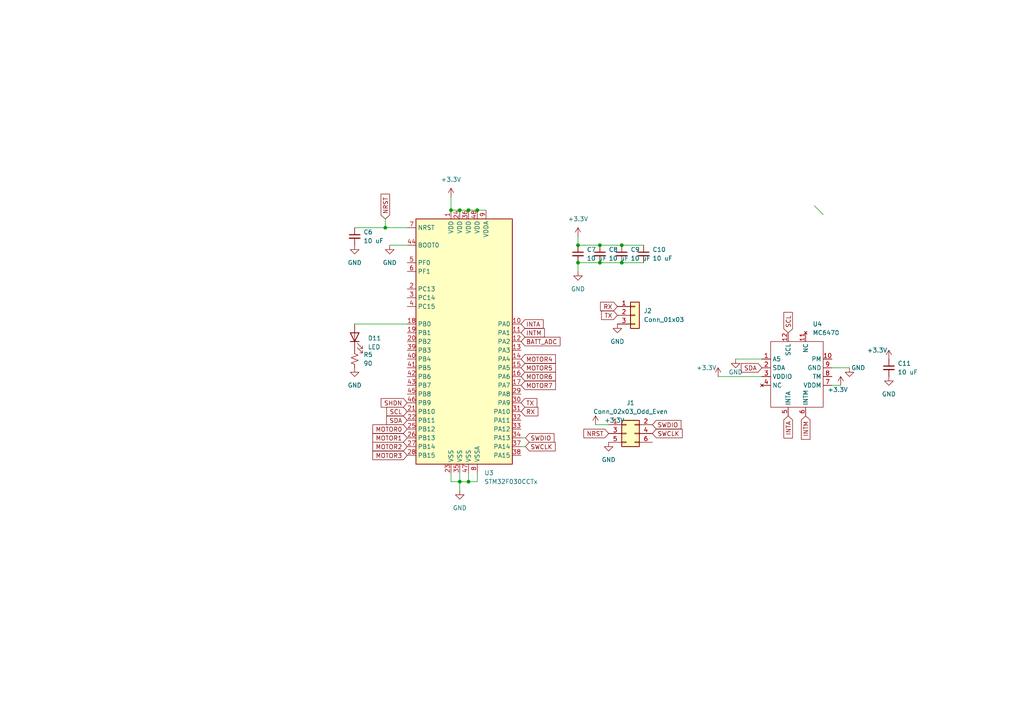
<source format=kicad_sch>
(kicad_sch (version 20211123) (generator eeschema)
  (paper "A4")
  (lib_symbols
    (symbol "Connector_Generic:Conn_01x03" (pin_names (offset 1.016) hide)
      (property "Reference" "J" (at 0 5.08 0))
      (property "Value" "Conn_01x03" (at 0 -5.08 0))
      (symbol "Conn_01x03_1_1"
        (rectangle (start -1.27 -2.413) (end 0 -2.667) (stroke (width 0.1524)))
        (rectangle (start -1.27 0.127) (end 0 -0.127) (stroke (width 0.1524)))
        (rectangle (start -1.27 2.667) (end 0 2.413) (stroke (width 0.1524)))
        (rectangle (start -1.27 3.81) (end 1.27 -3.81) (stroke (width 0.254)) (fill (type background)))
        (pin passive line (at -5.08 2.54 0) (length 3.81) (name "Pin_1") (number "1"))
        (pin passive line (at -5.08 0 0) (length 3.81) (name "Pin_2") (number "2"))
        (pin passive line (at -5.08 -2.54 0) (length 3.81) (name "Pin_3") (number "3"))
      )
    )
    (symbol "Connector_Generic:Conn_02x03_Odd_Even" (pin_names (offset 1.016) hide)
      (property "Reference" "J" (at 1.27 5.08 0))
      (property "Value" "Conn_02x03_Odd_Even" (at 1.27 -5.08 0))
      (symbol "Conn_02x03_Odd_Even_1_1"
        (rectangle (start -1.27 -2.413) (end 0 -2.667) (stroke (width 0.1524)))
        (rectangle (start -1.27 0.127) (end 0 -0.127) (stroke (width 0.1524)))
        (rectangle (start -1.27 2.667) (end 0 2.413) (stroke (width 0.1524)))
        (rectangle (start -1.27 3.81) (end 3.81 -3.81) (stroke (width 0.254)) (fill (type background)))
        (rectangle (start 3.81 -2.413) (end 2.54 -2.667) (stroke (width 0.1524)))
        (rectangle (start 3.81 0.127) (end 2.54 -0.127) (stroke (width 0.1524)))
        (rectangle (start 3.81 2.667) (end 2.54 2.413) (stroke (width 0.1524)))
        (pin passive line (at -5.08 2.54 0) (length 3.81) (name "Pin_1") (number "1"))
        (pin passive line (at 7.62 2.54 180) (length 3.81) (name "Pin_2") (number "2"))
        (pin passive line (at -5.08 0 0) (length 3.81) (name "Pin_3") (number "3"))
        (pin passive line (at 7.62 0 180) (length 3.81) (name "Pin_4") (number "4"))
        (pin passive line (at -5.08 -2.54 0) (length 3.81) (name "Pin_5") (number "5"))
        (pin passive line (at 7.62 -2.54 180) (length 3.81) (name "Pin_6") (number "6"))
      )
    )
    (symbol "Device:C_Small" (pin_numbers hide) (pin_names (offset 0.254) hide)
      (property "Reference" "C" (at 0.254 1.778 0))
      (property "Value" "C_Small" (at 0.254 -2.032 0))
      (symbol "C_Small_0_1"
        (polyline (pts (xy -1.524 -0.508) (xy 1.524 -0.508)) (stroke (width 0.3302)))
        (polyline (pts (xy -1.524 0.508) (xy 1.524 0.508)) (stroke (width 0.3048)))
      )
      (symbol "C_Small_1_1"
        (pin passive line (at 0 2.54 270) (length 2.032) (name "~") (number "1"))
        (pin passive line (at 0 -2.54 90) (length 2.032) (name "~") (number "2"))
      )
    )
    (symbol "Device:LED" (pin_numbers hide) (pin_names (offset 1.016) hide)
      (property "Reference" "D" (at 0 2.54 0))
      (property "Value" "LED" (at 0 -2.54 0))
      (symbol "LED_0_1"
        (polyline (pts (xy -1.27 -1.27) (xy -1.27 1.27)) (stroke (width 0.254)))
        (polyline (pts (xy -1.27 0) (xy 1.27 0)))
        (polyline (pts (xy 1.27 -1.27) (xy 1.27 1.27) (xy -1.27 0) (xy 1.27 -1.27)) (stroke (width 0.254)))
        (polyline (pts (xy -3.048 -0.762) (xy -4.572 -2.286) (xy -3.81 -2.286) (xy -4.572 -2.286) (xy -4.572 -1.524)))
        (polyline (pts (xy -1.778 -0.762) (xy -3.302 -2.286) (xy -2.54 -2.286) (xy -3.302 -2.286) (xy -3.302 -1.524)))
      )
      (symbol "LED_1_1"
        (pin passive line (at -3.81 0 0) (length 2.54) (name "K") (number "1"))
        (pin passive line (at 3.81 0 180) (length 2.54) (name "A") (number "2"))
      )
    )
    (symbol "Device:R_Small_US" (pin_numbers hide) (pin_names (offset 0.254) hide)
      (property "Reference" "R" (at 0.762 0.508 0))
      (property "Value" "R_Small_US" (at 0.762 -1.016 0))
      (symbol "R_Small_US_1_1"
        (polyline (pts (xy 0 0) (xy 1.016 -0.381) (xy 0 -0.762) (xy -1.016 -1.143) (xy 0 -1.524)))
        (polyline (pts (xy 0 1.524) (xy 1.016 1.143) (xy 0 0.762) (xy -1.016 0.381) (xy 0 0)))
        (pin passive line (at 0 2.54 270) (length 1.016) (name "~") (number "1"))
        (pin passive line (at 0 -2.54 90) (length 1.016) (name "~") (number "2"))
      )
    )
    (symbol "MCU_ST_STM32F0:STM32F030CCTx"
      (property "Reference" "U" (at -15.24 36.83 0))
      (property "Value" "STM32F030CCTx" (at 7.62 36.83 0))
      (symbol "STM32F030CCTx_0_1"
        (rectangle (start -15.24 -35.56) (end 12.7 35.56) (stroke (width 0.254)) (fill (type background)))
      )
      (symbol "STM32F030CCTx_1_1"
        (pin power_in line (at -5.08 38.1 270) (length 2.54) (name "VDD") (number "1"))
        (pin bidirectional line (at 15.24 5.08 180) (length 2.54) (name "PA0") (number "10"))
        (pin bidirectional line (at 15.24 2.54 180) (length 2.54) (name "PA1") (number "11"))
        (pin bidirectional line (at 15.24 0 180) (length 2.54) (name "PA2") (number "12"))
        (pin bidirectional line (at 15.24 -2.54 180) (length 2.54) (name "PA3") (number "13"))
        (pin bidirectional line (at 15.24 -5.08 180) (length 2.54) (name "PA4") (number "14"))
        (pin bidirectional line (at 15.24 -7.62 180) (length 2.54) (name "PA5") (number "15"))
        (pin bidirectional line (at 15.24 -10.16 180) (length 2.54) (name "PA6") (number "16"))
        (pin bidirectional line (at 15.24 -12.7 180) (length 2.54) (name "PA7") (number "17"))
        (pin bidirectional line (at -17.78 5.08 0) (length 2.54) (name "PB0") (number "18"))
        (pin bidirectional line (at -17.78 2.54 0) (length 2.54) (name "PB1") (number "19"))
        (pin bidirectional line (at -17.78 15.24 0) (length 2.54) (name "PC13") (number "2"))
        (pin bidirectional line (at -17.78 0 0) (length 2.54) (name "PB2") (number "20"))
        (pin bidirectional line (at -17.78 -20.32 0) (length 2.54) (name "PB10") (number "21"))
        (pin bidirectional line (at -17.78 -22.86 0) (length 2.54) (name "PB11") (number "22"))
        (pin power_in line (at -5.08 -38.1 90) (length 2.54) (name "VSS") (number "23"))
        (pin power_in line (at -2.54 38.1 270) (length 2.54) (name "VDD") (number "24"))
        (pin bidirectional line (at -17.78 -25.4 0) (length 2.54) (name "PB12") (number "25"))
        (pin bidirectional line (at -17.78 -27.94 0) (length 2.54) (name "PB13") (number "26"))
        (pin bidirectional line (at -17.78 -30.48 0) (length 2.54) (name "PB14") (number "27"))
        (pin bidirectional line (at -17.78 -33.02 0) (length 2.54) (name "PB15") (number "28"))
        (pin bidirectional line (at 15.24 -15.24 180) (length 2.54) (name "PA8") (number "29"))
        (pin bidirectional line (at -17.78 12.7 0) (length 2.54) (name "PC14") (number "3"))
        (pin bidirectional line (at 15.24 -17.78 180) (length 2.54) (name "PA9") (number "30"))
        (pin bidirectional line (at 15.24 -20.32 180) (length 2.54) (name "PA10") (number "31"))
        (pin bidirectional line (at 15.24 -22.86 180) (length 2.54) (name "PA11") (number "32"))
        (pin bidirectional line (at 15.24 -25.4 180) (length 2.54) (name "PA12") (number "33"))
        (pin bidirectional line (at 15.24 -27.94 180) (length 2.54) (name "PA13") (number "34"))
        (pin power_in line (at -2.54 -38.1 90) (length 2.54) (name "VSS") (number "35"))
        (pin power_in line (at 0 38.1 270) (length 2.54) (name "VDD") (number "36"))
        (pin bidirectional line (at 15.24 -30.48 180) (length 2.54) (name "PA14") (number "37"))
        (pin bidirectional line (at 15.24 -33.02 180) (length 2.54) (name "PA15") (number "38"))
        (pin bidirectional line (at -17.78 -2.54 0) (length 2.54) (name "PB3") (number "39"))
        (pin bidirectional line (at -17.78 10.16 0) (length 2.54) (name "PC15") (number "4"))
        (pin bidirectional line (at -17.78 -5.08 0) (length 2.54) (name "PB4") (number "40"))
        (pin bidirectional line (at -17.78 -7.62 0) (length 2.54) (name "PB5") (number "41"))
        (pin bidirectional line (at -17.78 -10.16 0) (length 2.54) (name "PB6") (number "42"))
        (pin bidirectional line (at -17.78 -12.7 0) (length 2.54) (name "PB7") (number "43"))
        (pin input line (at -17.78 27.94 0) (length 2.54) (name "BOOT0") (number "44"))
        (pin bidirectional line (at -17.78 -15.24 0) (length 2.54) (name "PB8") (number "45"))
        (pin bidirectional line (at -17.78 -17.78 0) (length 2.54) (name "PB9") (number "46"))
        (pin power_in line (at 0 -38.1 90) (length 2.54) (name "VSS") (number "47"))
        (pin power_in line (at 2.54 38.1 270) (length 2.54) (name "VDD") (number "48"))
        (pin input line (at -17.78 22.86 0) (length 2.54) (name "PF0") (number "5"))
        (pin input line (at -17.78 20.32 0) (length 2.54) (name "PF1") (number "6"))
        (pin input line (at -17.78 33.02 0) (length 2.54) (name "NRST") (number "7"))
        (pin power_in line (at 2.54 -38.1 90) (length 2.54) (name "VSSA") (number "8"))
        (pin power_in line (at 5.08 38.1 270) (length 2.54) (name "VDDA") (number "9"))
      )
    )
    (symbol "custom:MC6470"
      (property "Reference" "U" (at 7.62 -24.13 0))
      (property "Value" "MC6470" (at 7.62 -21.59 0))
      (symbol "MC6470_0_1"
        (rectangle (start -7.62 0) (end 7.62 -19.05))
      )
      (symbol "MC6470_1_1"
        (pin input line (at -10.16 -5.08 0) (length 2.54) (name "A5") (number "1"))
        (pin input line (at 10.16 -5.08 180) (length 2.54) (name "PM") (number "10"))
        (pin no_connect line (at 2.54 2.54 270) (length 2.54) (name "NC") (number "11"))
        (pin input line (at -2.54 2.54 270) (length 2.54) (name "SCL") (number "12"))
        (pin input line (at -10.16 -7.62 0) (length 2.54) (name "SDA") (number "2"))
        (pin input line (at -10.16 -10.16 0) (length 2.54) (name "VDDIO") (number "3"))
        (pin no_connect line (at -10.16 -12.7 0) (length 2.54) (name "NC") (number "4"))
        (pin output line (at -2.54 -21.59 90) (length 2.54) (name "INTA") (number "5"))
        (pin output line (at 2.54 -21.59 90) (length 2.54) (name "INTM") (number "6"))
        (pin input line (at 10.16 -12.7 180) (length 2.54) (name "VDDM") (number "7"))
        (pin input line (at 10.16 -10.16 180) (length 2.54) (name "TM") (number "8"))
        (pin input line (at 10.16 -7.62 180) (length 2.54) (name "GND") (number "9"))
      )
    )
    (symbol "power:+3.3V" (power) (pin_names (offset 0))
      (property "Value" "+3.3V" (at 0 3.556 0))
      (symbol "+3.3V_0_1"
        (polyline (pts (xy -0.762 1.27) (xy 0 2.54)))
        (polyline (pts (xy 0 0) (xy 0 2.54)))
        (polyline (pts (xy 0 2.54) (xy 0.762 1.27)))
      )
      (symbol "+3.3V_1_1"
        (pin power_in line (at 0 0 90) (length 0) hide (name "+3.3V") (number "1"))
      )
    )
    (symbol "power:GND" (power) (pin_names (offset 0))
      (property "Value" "GND" (at 0 -3.81 0))
      (symbol "GND_0_1"
        (polyline (pts (xy 0 0) (xy 0 -1.27) (xy 1.27 -1.27) (xy 0 -2.54) (xy -1.27 -1.27) (xy 0 -1.27)))
      )
      (symbol "GND_1_1"
        (pin power_in line (at 0 0 270) (length 0) hide (name "GND") (number "1"))
      )
    )
  )
  (junction (at 180.34 71.12))
  (junction (at 167.64 71.12))
  (junction (at 130.81 60.96))
  (junction (at 133.35 60.96))
  (junction (at 138.43 60.96))
  (junction (at 180.34 76.2))
  (junction (at 173.99 76.2))
  (junction (at 135.89 60.96))
  (junction (at 111.76 66.04))
  (junction (at 133.35 139.7))
  (junction (at 173.99 71.12))
  (junction (at 167.64 76.2))
  (junction (at 135.89 139.7))
  (bus_entry (at 236.22 59.69) (size 2.54 2.54))
  (bus_entry (at 519.43 19.05) (size 2.54 2.54))
  (wire (pts (xy 135.89 60.96) (xy 138.43 60.96)))
  (wire (pts (xy 133.35 139.7) (xy 133.35 137.16)))
  (wire (pts (xy 167.64 71.12) (xy 173.99 71.12)))
  (wire (pts (xy 135.89 137.16) (xy 135.89 139.7)))
  (wire (pts (xy 172.72 123.19) (xy 176.53 123.19)))
  (wire (pts (xy 241.3 106.68) (xy 246.38 106.68)))
  (wire (pts (xy 130.81 139.7) (xy 133.35 139.7)))
  (wire (pts (xy 102.87 93.98) (xy 118.11 93.98)))
  (wire (pts (xy 138.43 137.16) (xy 138.43 139.7)))
  (wire (pts (xy 241.3 111.76) (xy 243.84 111.76)))
  (wire (pts (xy 130.81 57.15) (xy 130.81 60.96)))
  (wire (pts (xy 152.4 129.54) (xy 151.13 129.54)))
  (wire (pts (xy 135.89 139.7) (xy 133.35 139.7)))
  (wire (pts (xy 180.34 76.2) (xy 186.69 76.2)))
  (wire (pts (xy 173.99 71.12) (xy 180.34 71.12)))
  (wire (pts (xy 138.43 139.7) (xy 135.89 139.7)))
  (wire (pts (xy 138.43 60.96) (xy 140.97 60.96)))
  (wire (pts (xy 133.35 60.96) (xy 135.89 60.96)))
  (wire (pts (xy 180.34 71.12) (xy 186.69 71.12)))
  (wire (pts (xy 113.03 71.12) (xy 118.11 71.12)))
  (wire (pts (xy 130.81 137.16) (xy 130.81 139.7)))
  (wire (pts (xy 173.99 76.2) (xy 180.34 76.2)))
  (wire (pts (xy 102.87 66.04) (xy 111.76 66.04)))
  (wire (pts (xy 167.64 78.74) (xy 167.64 76.2)))
  (wire (pts (xy 111.76 66.04) (xy 118.11 66.04)))
  (wire (pts (xy 213.36 104.14) (xy 220.98 104.14)))
  (wire (pts (xy 167.64 76.2) (xy 173.99 76.2)))
  (wire (pts (xy 152.4 127) (xy 151.13 127)))
  (wire (pts (xy 130.81 60.96) (xy 133.35 60.96)))
  (wire (pts (xy 208.28 109.22) (xy 220.98 109.22)))
  (wire (pts (xy 133.35 142.24) (xy 133.35 139.7)))
  (wire (pts (xy 111.76 63.5) (xy 111.76 66.04)))
  (wire (pts (xy 167.64 68.58) (xy 167.64 71.12)))
  (global_label "SWCLK" (shape input) (at 189.23 125.73 0) (property "Intersheet References" "${INTERSHEET_REFS}" (effects hide)))
  (global_label "SHDN" (shape input) (at 118.11 116.84 180) (property "Intersheet References" "${INTERSHEET_REFS}" (effects hide)))
  (global_label "TX" (shape input) (at 151.13 116.84 0) (property "Intersheet References" "${INTERSHEET_REFS}" (effects hide)))
  (global_label "SDA" (shape input) (at 118.11 121.92 180) (property "Intersheet References" "${INTERSHEET_REFS}" (effects hide)))
  (global_label "TX" (shape input) (at 179.07 91.44 180) (property "Intersheet References" "${INTERSHEET_REFS}" (effects hide)))
  (global_label "MOTOR7" (shape input) (at 151.13 111.76 0) (property "Intersheet References" "${INTERSHEET_REFS}" (effects hide)))
  (global_label "RX" (shape input) (at 179.07 88.9 180) (property "Intersheet References" "${INTERSHEET_REFS}" (effects hide)))
  (global_label "RX" (shape input) (at 151.13 119.38 0) (property "Intersheet References" "${INTERSHEET_REFS}" (effects hide)))
  (global_label "SDA" (shape input) (at 220.98 106.68 180) (property "Intersheet References" "${INTERSHEET_REFS}" (effects hide)))
  (global_label "SWCLK" (shape input) (at 152.4 129.54 0) (property "Intersheet References" "${INTERSHEET_REFS}" (effects hide)))
  (global_label "MOTOR2" (shape input) (at 118.11 129.54 180) (property "Intersheet References" "${INTERSHEET_REFS}" (effects hide)))
  (global_label "BATT_ADC" (shape input) (at 151.13 99.06 0) (property "Intersheet References" "${INTERSHEET_REFS}" (effects hide)))
  (global_label "INTA" (shape input) (at 151.13 93.98 0) (property "Intersheet References" "${INTERSHEET_REFS}" (effects hide)))
  (global_label "SWDIO" (shape input) (at 189.23 123.19 0) (property "Intersheet References" "${INTERSHEET_REFS}" (effects hide)))
  (global_label "SCL" (shape input) (at 228.6 96.52 90) (property "Intersheet References" "${INTERSHEET_REFS}" (effects hide)))
  (global_label "MOTOR5" (shape input) (at 151.13 106.68 0) (property "Intersheet References" "${INTERSHEET_REFS}" (effects hide)))
  (global_label "MOTOR4" (shape input) (at 151.13 104.14 0) (property "Intersheet References" "${INTERSHEET_REFS}" (effects hide)))
  (global_label "NRST" (shape input) (at 111.76 63.5 90) (property "Intersheet References" "${INTERSHEET_REFS}" (effects hide)))
  (global_label "NRST" (shape input) (at 176.53 125.73 180) (property "Intersheet References" "${INTERSHEET_REFS}" (effects hide)))
  (global_label "MOTOR0" (shape input) (at 118.11 124.46 180) (property "Intersheet References" "${INTERSHEET_REFS}" (effects hide)))
  (global_label "INTA" (shape input) (at 228.6 120.65 270) (property "Intersheet References" "${INTERSHEET_REFS}" (effects hide)))
  (global_label "SWDIO" (shape input) (at 152.4 127 0) (property "Intersheet References" "${INTERSHEET_REFS}" (effects hide)))
  (global_label "INTM" (shape input) (at 233.68 120.65 270) (property "Intersheet References" "${INTERSHEET_REFS}" (effects hide)))
  (global_label "INTM" (shape input) (at 151.13 96.52 0) (property "Intersheet References" "${INTERSHEET_REFS}" (effects hide)))
  (global_label "MOTOR3" (shape input) (at 118.11 132.08 180) (property "Intersheet References" "${INTERSHEET_REFS}" (effects hide)))
  (global_label "MOTOR1" (shape input) (at 118.11 127 180) (property "Intersheet References" "${INTERSHEET_REFS}" (effects hide)))
  (global_label "SCL" (shape input) (at 118.11 119.38 180) (property "Intersheet References" "${INTERSHEET_REFS}" (effects hide)))
  (global_label "MOTOR6" (shape input) (at 151.13 109.22 0) (property "Intersheet References" "${INTERSHEET_REFS}" (effects hide)))
  (symbol (lib_id "Device:C_Small") (at 102.87 68.58 0) (unit 1)
    (property "Reference" "C6" (at 105.41 67.3162 0) (effects (justify left)))
    (property "Value" "10 uF" (at 105.41 69.8562 0) (effects (justify left)))
    (property "Footprint" "Capacitor_SMD:C_0603_1608Metric" (effects hide))
  )
  (symbol (lib_id "power:GND") (at 102.87 106.68 0) (unit 1)
    (property "Reference" "#PWR0146" (effects hide))
    (property "Value" "GND" (at 102.87 111.76 0))
  )
  (symbol (lib_id "power:GND") (at 113.03 71.12 0) (unit 1)
    (property "Reference" "#PWR0142" (effects hide))
    (property "Value" "GND" (at 113.03 76.2 0))
  )
  (symbol (lib_id "Device:C_Small") (at 257.81 106.68 0) (unit 1)
    (property "Reference" "C11" (at 260.35 105.4162 0) (effects (justify left)))
    (property "Value" "10 uF" (at 260.35 107.9562 0) (effects (justify left)))
    (property "Footprint" "Capacitor_SMD:C_0603_1608Metric" (effects hide))
  )
  (symbol (lib_id "power:+3.3V") (at 243.84 111.76 0) (unit 1)
    (property "Reference" "#PWR0139" (effects hide))
    (property "Value" "+3.3V" (at 240.03 113.03 0) (effects (justify left)))
  )
  (symbol (lib_id "Connector_Generic:Conn_01x03") (at 184.15 91.44 0) (unit 1)
    (property "Reference" "J2" (at 186.69 90.1699 0) (effects (justify left)))
    (property "Value" "Conn_01x03" (at 186.69 92.7099 0) (effects (justify left)))
    (property "Footprint" "Connector_PinHeader_2.54mm:PinHeader_1x03_P2.54mm_Vertical" (effects hide))
  )
  (symbol (lib_id "Device:C_Small") (at 186.69 73.66 0) (unit 1)
    (property "Reference" "C10" (at 189.23 72.3962 0) (effects (justify left)))
    (property "Value" "10 uF" (at 189.23 74.9362 0) (effects (justify left)))
    (property "Footprint" "Capacitor_SMD:C_0603_1608Metric" (effects hide))
  )
  (symbol (lib_id "Device:C_Small") (at 180.34 73.66 0) (unit 1)
    (property "Reference" "C9" (at 182.88 72.3962 0) (effects (justify left)))
    (property "Value" "10 uF" (at 182.88 74.9362 0) (effects (justify left)))
    (property "Footprint" "Capacitor_SMD:C_0603_1608Metric" (effects hide))
  )
  (symbol (lib_id "custom:MC6470") (at 231.14 99.06 0) (unit 1)
    (property "Reference" "U4" (at 235.6994 93.98 0) (effects (justify left)))
    (property "Value" "MC6470" (at 235.6994 96.52 0) (effects (justify left)))
    (property "Footprint" "Package_LGA:LGA-12_2x2mm_P0.5mm" (effects hide))
  )
  (symbol (lib_id "power:GND") (at 102.87 71.12 0) (unit 1)
    (property "Reference" "#PWR0147" (effects hide))
    (property "Value" "GND" (at 102.87 76.2 0))
  )
  (symbol (lib_id "Device:R_Small_US") (at 102.87 104.14 0) (unit 1)
    (property "Reference" "R5" (at 105.41 102.8699 0) (effects (justify left)))
    (property "Value" "90" (at 105.41 105.4099 0) (effects (justify left)))
    (property "Footprint" "Resistor_SMD:R_0603_1608Metric" (effects hide))
  )
  (symbol (lib_id "Device:C_Small") (at 173.99 73.66 0) (unit 1)
    (property "Reference" "C8" (at 176.53 72.3962 0) (effects (justify left)))
    (property "Value" "10 uF" (at 176.53 74.9362 0) (effects (justify left)))
    (property "Footprint" "Capacitor_SMD:C_0603_1608Metric" (effects hide))
  )
  (symbol (lib_id "power:+3.3V") (at 167.64 68.58 0) (unit 1)
    (property "Reference" "#PWR0144" (effects hide))
    (property "Value" "+3.3V" (at 167.64 63.5 0))
  )
  (symbol (lib_id "Device:LED") (at 102.87 97.79 90) (unit 1)
    (property "Reference" "D11" (at 106.68 98.1074 90) (effects (justify right)))
    (property "Value" "LED" (at 106.68 100.6474 90) (effects (justify right)))
    (property "Footprint" "LED_SMD:LED_0603_1608Metric" (effects hide))
  )
  (symbol (lib_id "power:+3.3V") (at 172.72 123.19 0) (unit 1)
    (property "Reference" "#PWR0135" (effects hide))
    (property "Value" "+3.3V" (at 175.26 121.9199 0) (effects (justify left)))
  )
  (symbol (lib_id "power:GND") (at 176.53 128.27 0) (unit 1)
    (property "Reference" "#PWR0136" (effects hide))
    (property "Value" "GND" (at 176.53 133.35 0))
  )
  (symbol (lib_id "power:GND") (at 257.81 109.22 0) (unit 1)
    (property "Reference" "#PWR0138" (effects hide))
    (property "Value" "GND" (at 257.81 114.3 0))
  )
  (symbol (lib_id "power:+3.3V") (at 257.81 104.14 0) (unit 1)
    (property "Reference" "#PWR0137" (effects hide))
    (property "Value" "+3.3V" (at 251.46 101.6 0) (effects (justify left)))
  )
  (symbol (lib_id "power:+3.3V") (at 208.28 109.22 0) (unit 1)
    (property "Reference" "#PWR0133" (effects hide))
    (property "Value" "+3.3V" (at 201.93 106.68 0) (effects (justify left)))
  )
  (symbol (lib_id "power:+3.3V") (at 130.81 57.15 0) (unit 1)
    (property "Reference" "#PWR0141" (effects hide))
    (property "Value" "+3.3V" (at 130.81 52.07 0))
  )
  (symbol (lib_id "power:GND") (at 246.38 106.68 0) (unit 1)
    (property "Reference" "#PWR0140" (effects hide))
    (property "Value" "GND" (at 248.92 106.68 0))
  )
  (symbol (lib_id "power:GND") (at 179.07 93.98 0) (unit 1)
    (property "Reference" "#PWR0134" (effects hide))
    (property "Value" "GND" (at 179.07 99.06 0))
  )
  (symbol (lib_id "power:GND") (at 213.36 104.14 0) (unit 1)
    (property "Reference" "#PWR0132" (effects hide))
    (property "Value" "GND" (at 213.36 107.95 0))
  )
  (symbol (lib_id "power:GND") (at 167.64 78.74 0) (unit 1)
    (property "Reference" "#PWR0143" (effects hide))
    (property "Value" "GND" (at 167.64 83.82 0))
  )
  (symbol (lib_id "MCU_ST_STM32F0:STM32F030CCTx") (at 135.89 99.06 0) (unit 1)
    (property "Reference" "U3" (at 140.4494 137.16 0) (effects (justify left)))
    (property "Value" "STM32F030CCTx" (at 140.4494 139.7 0) (effects (justify left)))
    (property "Footprint" "Package_QFP:LQFP-48_7x7mm_P0.5mm" (effects hide))
    (property "Datasheet" "http://www.st.com/st-web-ui/static/active/en/resource/technical/document/datasheet/DM00088500.pdf" (effects hide))
  )
  (symbol (lib_id "Device:C_Small") (at 167.64 73.66 0) (unit 1)
    (property "Reference" "C7" (at 170.18 72.3962 0) (effects (justify left)))
    (property "Value" "10 uF" (at 170.18 74.9362 0) (effects (justify left)))
    (property "Footprint" "Capacitor_SMD:C_0603_1608Metric" (effects hide))
  )
  (symbol (lib_id "power:GND") (at 133.35 142.24 0) (unit 1)
    (property "Reference" "#PWR0145" (effects hide))
    (property "Value" "GND" (at 133.35 147.32 0))
  )
  (symbol (lib_id "Connector_Generic:Conn_02x03_Odd_Even") (at 181.61 125.73 0) (unit 1)
    (property "Reference" "J1" (at 182.88 116.84 0))
    (property "Value" "Conn_02x03_Odd_Even" (at 182.88 119.38 0))
    (property "Footprint" "Connector:Tag-Connect_TC2030-IDC-FP_2x03_P1.27mm_Vertical" (effects hide))
  )
)
</source>
